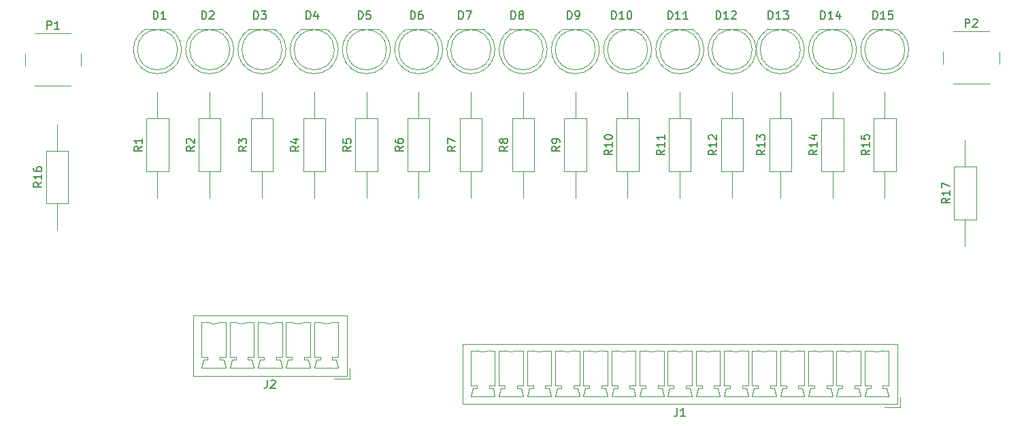
<source format=gbr>
%TF.GenerationSoftware,KiCad,Pcbnew,9.0.2*%
%TF.CreationDate,2025-11-24T17:40:38+01:00*%
%TF.ProjectId,juego-ping-pong,6a756567-6f2d-4706-996e-672d706f6e67,rev?*%
%TF.SameCoordinates,Original*%
%TF.FileFunction,Legend,Top*%
%TF.FilePolarity,Positive*%
%FSLAX46Y46*%
G04 Gerber Fmt 4.6, Leading zero omitted, Abs format (unit mm)*
G04 Created by KiCad (PCBNEW 9.0.2) date 2025-11-24 17:40:38*
%MOMM*%
%LPD*%
G01*
G04 APERTURE LIST*
%ADD10C,0.150000*%
%ADD11C,0.120000*%
G04 APERTURE END LIST*
D10*
X168785714Y-69454819D02*
X168785714Y-68454819D01*
X168785714Y-68454819D02*
X169023809Y-68454819D01*
X169023809Y-68454819D02*
X169166666Y-68502438D01*
X169166666Y-68502438D02*
X169261904Y-68597676D01*
X169261904Y-68597676D02*
X169309523Y-68692914D01*
X169309523Y-68692914D02*
X169357142Y-68883390D01*
X169357142Y-68883390D02*
X169357142Y-69026247D01*
X169357142Y-69026247D02*
X169309523Y-69216723D01*
X169309523Y-69216723D02*
X169261904Y-69311961D01*
X169261904Y-69311961D02*
X169166666Y-69407200D01*
X169166666Y-69407200D02*
X169023809Y-69454819D01*
X169023809Y-69454819D02*
X168785714Y-69454819D01*
X170309523Y-69454819D02*
X169738095Y-69454819D01*
X170023809Y-69454819D02*
X170023809Y-68454819D01*
X170023809Y-68454819D02*
X169928571Y-68597676D01*
X169928571Y-68597676D02*
X169833333Y-68692914D01*
X169833333Y-68692914D02*
X169738095Y-68740533D01*
X170690476Y-68550057D02*
X170738095Y-68502438D01*
X170738095Y-68502438D02*
X170833333Y-68454819D01*
X170833333Y-68454819D02*
X171071428Y-68454819D01*
X171071428Y-68454819D02*
X171166666Y-68502438D01*
X171166666Y-68502438D02*
X171214285Y-68550057D01*
X171214285Y-68550057D02*
X171261904Y-68645295D01*
X171261904Y-68645295D02*
X171261904Y-68740533D01*
X171261904Y-68740533D02*
X171214285Y-68883390D01*
X171214285Y-68883390D02*
X170642857Y-69454819D01*
X170642857Y-69454819D02*
X171261904Y-69454819D01*
X136334819Y-85286666D02*
X135858628Y-85619999D01*
X136334819Y-85858094D02*
X135334819Y-85858094D01*
X135334819Y-85858094D02*
X135334819Y-85477142D01*
X135334819Y-85477142D02*
X135382438Y-85381904D01*
X135382438Y-85381904D02*
X135430057Y-85334285D01*
X135430057Y-85334285D02*
X135525295Y-85286666D01*
X135525295Y-85286666D02*
X135668152Y-85286666D01*
X135668152Y-85286666D02*
X135763390Y-85334285D01*
X135763390Y-85334285D02*
X135811009Y-85381904D01*
X135811009Y-85381904D02*
X135858628Y-85477142D01*
X135858628Y-85477142D02*
X135858628Y-85858094D01*
X135334819Y-84953332D02*
X135334819Y-84286666D01*
X135334819Y-84286666D02*
X136334819Y-84715237D01*
X104761905Y-69454819D02*
X104761905Y-68454819D01*
X104761905Y-68454819D02*
X105000000Y-68454819D01*
X105000000Y-68454819D02*
X105142857Y-68502438D01*
X105142857Y-68502438D02*
X105238095Y-68597676D01*
X105238095Y-68597676D02*
X105285714Y-68692914D01*
X105285714Y-68692914D02*
X105333333Y-68883390D01*
X105333333Y-68883390D02*
X105333333Y-69026247D01*
X105333333Y-69026247D02*
X105285714Y-69216723D01*
X105285714Y-69216723D02*
X105238095Y-69311961D01*
X105238095Y-69311961D02*
X105142857Y-69407200D01*
X105142857Y-69407200D02*
X105000000Y-69454819D01*
X105000000Y-69454819D02*
X104761905Y-69454819D01*
X105714286Y-68550057D02*
X105761905Y-68502438D01*
X105761905Y-68502438D02*
X105857143Y-68454819D01*
X105857143Y-68454819D02*
X106095238Y-68454819D01*
X106095238Y-68454819D02*
X106190476Y-68502438D01*
X106190476Y-68502438D02*
X106238095Y-68550057D01*
X106238095Y-68550057D02*
X106285714Y-68645295D01*
X106285714Y-68645295D02*
X106285714Y-68740533D01*
X106285714Y-68740533D02*
X106238095Y-68883390D01*
X106238095Y-68883390D02*
X105666667Y-69454819D01*
X105666667Y-69454819D02*
X106285714Y-69454819D01*
X84834819Y-89762857D02*
X84358628Y-90096190D01*
X84834819Y-90334285D02*
X83834819Y-90334285D01*
X83834819Y-90334285D02*
X83834819Y-89953333D01*
X83834819Y-89953333D02*
X83882438Y-89858095D01*
X83882438Y-89858095D02*
X83930057Y-89810476D01*
X83930057Y-89810476D02*
X84025295Y-89762857D01*
X84025295Y-89762857D02*
X84168152Y-89762857D01*
X84168152Y-89762857D02*
X84263390Y-89810476D01*
X84263390Y-89810476D02*
X84311009Y-89858095D01*
X84311009Y-89858095D02*
X84358628Y-89953333D01*
X84358628Y-89953333D02*
X84358628Y-90334285D01*
X84834819Y-88810476D02*
X84834819Y-89381904D01*
X84834819Y-89096190D02*
X83834819Y-89096190D01*
X83834819Y-89096190D02*
X83977676Y-89191428D01*
X83977676Y-89191428D02*
X84072914Y-89286666D01*
X84072914Y-89286666D02*
X84120533Y-89381904D01*
X83834819Y-87953333D02*
X83834819Y-88143809D01*
X83834819Y-88143809D02*
X83882438Y-88239047D01*
X83882438Y-88239047D02*
X83930057Y-88286666D01*
X83930057Y-88286666D02*
X84072914Y-88381904D01*
X84072914Y-88381904D02*
X84263390Y-88429523D01*
X84263390Y-88429523D02*
X84644342Y-88429523D01*
X84644342Y-88429523D02*
X84739580Y-88381904D01*
X84739580Y-88381904D02*
X84787200Y-88334285D01*
X84787200Y-88334285D02*
X84834819Y-88239047D01*
X84834819Y-88239047D02*
X84834819Y-88048571D01*
X84834819Y-88048571D02*
X84787200Y-87953333D01*
X84787200Y-87953333D02*
X84739580Y-87905714D01*
X84739580Y-87905714D02*
X84644342Y-87858095D01*
X84644342Y-87858095D02*
X84406247Y-87858095D01*
X84406247Y-87858095D02*
X84311009Y-87905714D01*
X84311009Y-87905714D02*
X84263390Y-87953333D01*
X84263390Y-87953333D02*
X84215771Y-88048571D01*
X84215771Y-88048571D02*
X84215771Y-88239047D01*
X84215771Y-88239047D02*
X84263390Y-88334285D01*
X84263390Y-88334285D02*
X84311009Y-88381904D01*
X84311009Y-88381904D02*
X84406247Y-88429523D01*
X129834819Y-85286666D02*
X129358628Y-85619999D01*
X129834819Y-85858094D02*
X128834819Y-85858094D01*
X128834819Y-85858094D02*
X128834819Y-85477142D01*
X128834819Y-85477142D02*
X128882438Y-85381904D01*
X128882438Y-85381904D02*
X128930057Y-85334285D01*
X128930057Y-85334285D02*
X129025295Y-85286666D01*
X129025295Y-85286666D02*
X129168152Y-85286666D01*
X129168152Y-85286666D02*
X129263390Y-85334285D01*
X129263390Y-85334285D02*
X129311009Y-85381904D01*
X129311009Y-85381904D02*
X129358628Y-85477142D01*
X129358628Y-85477142D02*
X129358628Y-85858094D01*
X128834819Y-84429523D02*
X128834819Y-84619999D01*
X128834819Y-84619999D02*
X128882438Y-84715237D01*
X128882438Y-84715237D02*
X128930057Y-84762856D01*
X128930057Y-84762856D02*
X129072914Y-84858094D01*
X129072914Y-84858094D02*
X129263390Y-84905713D01*
X129263390Y-84905713D02*
X129644342Y-84905713D01*
X129644342Y-84905713D02*
X129739580Y-84858094D01*
X129739580Y-84858094D02*
X129787200Y-84810475D01*
X129787200Y-84810475D02*
X129834819Y-84715237D01*
X129834819Y-84715237D02*
X129834819Y-84524761D01*
X129834819Y-84524761D02*
X129787200Y-84429523D01*
X129787200Y-84429523D02*
X129739580Y-84381904D01*
X129739580Y-84381904D02*
X129644342Y-84334285D01*
X129644342Y-84334285D02*
X129406247Y-84334285D01*
X129406247Y-84334285D02*
X129311009Y-84381904D01*
X129311009Y-84381904D02*
X129263390Y-84429523D01*
X129263390Y-84429523D02*
X129215771Y-84524761D01*
X129215771Y-84524761D02*
X129215771Y-84715237D01*
X129215771Y-84715237D02*
X129263390Y-84810475D01*
X129263390Y-84810475D02*
X129311009Y-84858094D01*
X129311009Y-84858094D02*
X129406247Y-84905713D01*
X181334819Y-85762857D02*
X180858628Y-86096190D01*
X181334819Y-86334285D02*
X180334819Y-86334285D01*
X180334819Y-86334285D02*
X180334819Y-85953333D01*
X180334819Y-85953333D02*
X180382438Y-85858095D01*
X180382438Y-85858095D02*
X180430057Y-85810476D01*
X180430057Y-85810476D02*
X180525295Y-85762857D01*
X180525295Y-85762857D02*
X180668152Y-85762857D01*
X180668152Y-85762857D02*
X180763390Y-85810476D01*
X180763390Y-85810476D02*
X180811009Y-85858095D01*
X180811009Y-85858095D02*
X180858628Y-85953333D01*
X180858628Y-85953333D02*
X180858628Y-86334285D01*
X181334819Y-84810476D02*
X181334819Y-85381904D01*
X181334819Y-85096190D02*
X180334819Y-85096190D01*
X180334819Y-85096190D02*
X180477676Y-85191428D01*
X180477676Y-85191428D02*
X180572914Y-85286666D01*
X180572914Y-85286666D02*
X180620533Y-85381904D01*
X180668152Y-83953333D02*
X181334819Y-83953333D01*
X180287200Y-84191428D02*
X181001485Y-84429523D01*
X181001485Y-84429523D02*
X181001485Y-83810476D01*
X116834819Y-85286666D02*
X116358628Y-85619999D01*
X116834819Y-85858094D02*
X115834819Y-85858094D01*
X115834819Y-85858094D02*
X115834819Y-85477142D01*
X115834819Y-85477142D02*
X115882438Y-85381904D01*
X115882438Y-85381904D02*
X115930057Y-85334285D01*
X115930057Y-85334285D02*
X116025295Y-85286666D01*
X116025295Y-85286666D02*
X116168152Y-85286666D01*
X116168152Y-85286666D02*
X116263390Y-85334285D01*
X116263390Y-85334285D02*
X116311009Y-85381904D01*
X116311009Y-85381904D02*
X116358628Y-85477142D01*
X116358628Y-85477142D02*
X116358628Y-85858094D01*
X116168152Y-84429523D02*
X116834819Y-84429523D01*
X115787200Y-84667618D02*
X116501485Y-84905713D01*
X116501485Y-84905713D02*
X116501485Y-84286666D01*
X174834819Y-85762857D02*
X174358628Y-86096190D01*
X174834819Y-86334285D02*
X173834819Y-86334285D01*
X173834819Y-86334285D02*
X173834819Y-85953333D01*
X173834819Y-85953333D02*
X173882438Y-85858095D01*
X173882438Y-85858095D02*
X173930057Y-85810476D01*
X173930057Y-85810476D02*
X174025295Y-85762857D01*
X174025295Y-85762857D02*
X174168152Y-85762857D01*
X174168152Y-85762857D02*
X174263390Y-85810476D01*
X174263390Y-85810476D02*
X174311009Y-85858095D01*
X174311009Y-85858095D02*
X174358628Y-85953333D01*
X174358628Y-85953333D02*
X174358628Y-86334285D01*
X174834819Y-84810476D02*
X174834819Y-85381904D01*
X174834819Y-85096190D02*
X173834819Y-85096190D01*
X173834819Y-85096190D02*
X173977676Y-85191428D01*
X173977676Y-85191428D02*
X174072914Y-85286666D01*
X174072914Y-85286666D02*
X174120533Y-85381904D01*
X173834819Y-84477142D02*
X173834819Y-83858095D01*
X173834819Y-83858095D02*
X174215771Y-84191428D01*
X174215771Y-84191428D02*
X174215771Y-84048571D01*
X174215771Y-84048571D02*
X174263390Y-83953333D01*
X174263390Y-83953333D02*
X174311009Y-83905714D01*
X174311009Y-83905714D02*
X174406247Y-83858095D01*
X174406247Y-83858095D02*
X174644342Y-83858095D01*
X174644342Y-83858095D02*
X174739580Y-83905714D01*
X174739580Y-83905714D02*
X174787200Y-83953333D01*
X174787200Y-83953333D02*
X174834819Y-84048571D01*
X174834819Y-84048571D02*
X174834819Y-84334285D01*
X174834819Y-84334285D02*
X174787200Y-84429523D01*
X174787200Y-84429523D02*
X174739580Y-84477142D01*
X149334819Y-85286666D02*
X148858628Y-85619999D01*
X149334819Y-85858094D02*
X148334819Y-85858094D01*
X148334819Y-85858094D02*
X148334819Y-85477142D01*
X148334819Y-85477142D02*
X148382438Y-85381904D01*
X148382438Y-85381904D02*
X148430057Y-85334285D01*
X148430057Y-85334285D02*
X148525295Y-85286666D01*
X148525295Y-85286666D02*
X148668152Y-85286666D01*
X148668152Y-85286666D02*
X148763390Y-85334285D01*
X148763390Y-85334285D02*
X148811009Y-85381904D01*
X148811009Y-85381904D02*
X148858628Y-85477142D01*
X148858628Y-85477142D02*
X148858628Y-85858094D01*
X149334819Y-84810475D02*
X149334819Y-84619999D01*
X149334819Y-84619999D02*
X149287200Y-84524761D01*
X149287200Y-84524761D02*
X149239580Y-84477142D01*
X149239580Y-84477142D02*
X149096723Y-84381904D01*
X149096723Y-84381904D02*
X148906247Y-84334285D01*
X148906247Y-84334285D02*
X148525295Y-84334285D01*
X148525295Y-84334285D02*
X148430057Y-84381904D01*
X148430057Y-84381904D02*
X148382438Y-84429523D01*
X148382438Y-84429523D02*
X148334819Y-84524761D01*
X148334819Y-84524761D02*
X148334819Y-84715237D01*
X148334819Y-84715237D02*
X148382438Y-84810475D01*
X148382438Y-84810475D02*
X148430057Y-84858094D01*
X148430057Y-84858094D02*
X148525295Y-84905713D01*
X148525295Y-84905713D02*
X148763390Y-84905713D01*
X148763390Y-84905713D02*
X148858628Y-84858094D01*
X148858628Y-84858094D02*
X148906247Y-84810475D01*
X148906247Y-84810475D02*
X148953866Y-84715237D01*
X148953866Y-84715237D02*
X148953866Y-84524761D01*
X148953866Y-84524761D02*
X148906247Y-84429523D01*
X148906247Y-84429523D02*
X148858628Y-84381904D01*
X148858628Y-84381904D02*
X148763390Y-84334285D01*
X155785714Y-69454819D02*
X155785714Y-68454819D01*
X155785714Y-68454819D02*
X156023809Y-68454819D01*
X156023809Y-68454819D02*
X156166666Y-68502438D01*
X156166666Y-68502438D02*
X156261904Y-68597676D01*
X156261904Y-68597676D02*
X156309523Y-68692914D01*
X156309523Y-68692914D02*
X156357142Y-68883390D01*
X156357142Y-68883390D02*
X156357142Y-69026247D01*
X156357142Y-69026247D02*
X156309523Y-69216723D01*
X156309523Y-69216723D02*
X156261904Y-69311961D01*
X156261904Y-69311961D02*
X156166666Y-69407200D01*
X156166666Y-69407200D02*
X156023809Y-69454819D01*
X156023809Y-69454819D02*
X155785714Y-69454819D01*
X157309523Y-69454819D02*
X156738095Y-69454819D01*
X157023809Y-69454819D02*
X157023809Y-68454819D01*
X157023809Y-68454819D02*
X156928571Y-68597676D01*
X156928571Y-68597676D02*
X156833333Y-68692914D01*
X156833333Y-68692914D02*
X156738095Y-68740533D01*
X157928571Y-68454819D02*
X158023809Y-68454819D01*
X158023809Y-68454819D02*
X158119047Y-68502438D01*
X158119047Y-68502438D02*
X158166666Y-68550057D01*
X158166666Y-68550057D02*
X158214285Y-68645295D01*
X158214285Y-68645295D02*
X158261904Y-68835771D01*
X158261904Y-68835771D02*
X158261904Y-69073866D01*
X158261904Y-69073866D02*
X158214285Y-69264342D01*
X158214285Y-69264342D02*
X158166666Y-69359580D01*
X158166666Y-69359580D02*
X158119047Y-69407200D01*
X158119047Y-69407200D02*
X158023809Y-69454819D01*
X158023809Y-69454819D02*
X157928571Y-69454819D01*
X157928571Y-69454819D02*
X157833333Y-69407200D01*
X157833333Y-69407200D02*
X157785714Y-69359580D01*
X157785714Y-69359580D02*
X157738095Y-69264342D01*
X157738095Y-69264342D02*
X157690476Y-69073866D01*
X157690476Y-69073866D02*
X157690476Y-68835771D01*
X157690476Y-68835771D02*
X157738095Y-68645295D01*
X157738095Y-68645295D02*
X157785714Y-68550057D01*
X157785714Y-68550057D02*
X157833333Y-68502438D01*
X157833333Y-68502438D02*
X157928571Y-68454819D01*
X188285714Y-69454819D02*
X188285714Y-68454819D01*
X188285714Y-68454819D02*
X188523809Y-68454819D01*
X188523809Y-68454819D02*
X188666666Y-68502438D01*
X188666666Y-68502438D02*
X188761904Y-68597676D01*
X188761904Y-68597676D02*
X188809523Y-68692914D01*
X188809523Y-68692914D02*
X188857142Y-68883390D01*
X188857142Y-68883390D02*
X188857142Y-69026247D01*
X188857142Y-69026247D02*
X188809523Y-69216723D01*
X188809523Y-69216723D02*
X188761904Y-69311961D01*
X188761904Y-69311961D02*
X188666666Y-69407200D01*
X188666666Y-69407200D02*
X188523809Y-69454819D01*
X188523809Y-69454819D02*
X188285714Y-69454819D01*
X189809523Y-69454819D02*
X189238095Y-69454819D01*
X189523809Y-69454819D02*
X189523809Y-68454819D01*
X189523809Y-68454819D02*
X189428571Y-68597676D01*
X189428571Y-68597676D02*
X189333333Y-68692914D01*
X189333333Y-68692914D02*
X189238095Y-68740533D01*
X190714285Y-68454819D02*
X190238095Y-68454819D01*
X190238095Y-68454819D02*
X190190476Y-68931009D01*
X190190476Y-68931009D02*
X190238095Y-68883390D01*
X190238095Y-68883390D02*
X190333333Y-68835771D01*
X190333333Y-68835771D02*
X190571428Y-68835771D01*
X190571428Y-68835771D02*
X190666666Y-68883390D01*
X190666666Y-68883390D02*
X190714285Y-68931009D01*
X190714285Y-68931009D02*
X190761904Y-69026247D01*
X190761904Y-69026247D02*
X190761904Y-69264342D01*
X190761904Y-69264342D02*
X190714285Y-69359580D01*
X190714285Y-69359580D02*
X190666666Y-69407200D01*
X190666666Y-69407200D02*
X190571428Y-69454819D01*
X190571428Y-69454819D02*
X190333333Y-69454819D01*
X190333333Y-69454819D02*
X190238095Y-69407200D01*
X190238095Y-69407200D02*
X190190476Y-69359580D01*
X85511905Y-70704819D02*
X85511905Y-69704819D01*
X85511905Y-69704819D02*
X85892857Y-69704819D01*
X85892857Y-69704819D02*
X85988095Y-69752438D01*
X85988095Y-69752438D02*
X86035714Y-69800057D01*
X86035714Y-69800057D02*
X86083333Y-69895295D01*
X86083333Y-69895295D02*
X86083333Y-70038152D01*
X86083333Y-70038152D02*
X86035714Y-70133390D01*
X86035714Y-70133390D02*
X85988095Y-70181009D01*
X85988095Y-70181009D02*
X85892857Y-70228628D01*
X85892857Y-70228628D02*
X85511905Y-70228628D01*
X87035714Y-70704819D02*
X86464286Y-70704819D01*
X86750000Y-70704819D02*
X86750000Y-69704819D01*
X86750000Y-69704819D02*
X86654762Y-69847676D01*
X86654762Y-69847676D02*
X86559524Y-69942914D01*
X86559524Y-69942914D02*
X86464286Y-69990533D01*
X142834819Y-85286666D02*
X142358628Y-85619999D01*
X142834819Y-85858094D02*
X141834819Y-85858094D01*
X141834819Y-85858094D02*
X141834819Y-85477142D01*
X141834819Y-85477142D02*
X141882438Y-85381904D01*
X141882438Y-85381904D02*
X141930057Y-85334285D01*
X141930057Y-85334285D02*
X142025295Y-85286666D01*
X142025295Y-85286666D02*
X142168152Y-85286666D01*
X142168152Y-85286666D02*
X142263390Y-85334285D01*
X142263390Y-85334285D02*
X142311009Y-85381904D01*
X142311009Y-85381904D02*
X142358628Y-85477142D01*
X142358628Y-85477142D02*
X142358628Y-85858094D01*
X142263390Y-84715237D02*
X142215771Y-84810475D01*
X142215771Y-84810475D02*
X142168152Y-84858094D01*
X142168152Y-84858094D02*
X142072914Y-84905713D01*
X142072914Y-84905713D02*
X142025295Y-84905713D01*
X142025295Y-84905713D02*
X141930057Y-84858094D01*
X141930057Y-84858094D02*
X141882438Y-84810475D01*
X141882438Y-84810475D02*
X141834819Y-84715237D01*
X141834819Y-84715237D02*
X141834819Y-84524761D01*
X141834819Y-84524761D02*
X141882438Y-84429523D01*
X141882438Y-84429523D02*
X141930057Y-84381904D01*
X141930057Y-84381904D02*
X142025295Y-84334285D01*
X142025295Y-84334285D02*
X142072914Y-84334285D01*
X142072914Y-84334285D02*
X142168152Y-84381904D01*
X142168152Y-84381904D02*
X142215771Y-84429523D01*
X142215771Y-84429523D02*
X142263390Y-84524761D01*
X142263390Y-84524761D02*
X142263390Y-84715237D01*
X142263390Y-84715237D02*
X142311009Y-84810475D01*
X142311009Y-84810475D02*
X142358628Y-84858094D01*
X142358628Y-84858094D02*
X142453866Y-84905713D01*
X142453866Y-84905713D02*
X142644342Y-84905713D01*
X142644342Y-84905713D02*
X142739580Y-84858094D01*
X142739580Y-84858094D02*
X142787200Y-84810475D01*
X142787200Y-84810475D02*
X142834819Y-84715237D01*
X142834819Y-84715237D02*
X142834819Y-84524761D01*
X142834819Y-84524761D02*
X142787200Y-84429523D01*
X142787200Y-84429523D02*
X142739580Y-84381904D01*
X142739580Y-84381904D02*
X142644342Y-84334285D01*
X142644342Y-84334285D02*
X142453866Y-84334285D01*
X142453866Y-84334285D02*
X142358628Y-84381904D01*
X142358628Y-84381904D02*
X142311009Y-84429523D01*
X142311009Y-84429523D02*
X142263390Y-84524761D01*
X143261905Y-69454819D02*
X143261905Y-68454819D01*
X143261905Y-68454819D02*
X143500000Y-68454819D01*
X143500000Y-68454819D02*
X143642857Y-68502438D01*
X143642857Y-68502438D02*
X143738095Y-68597676D01*
X143738095Y-68597676D02*
X143785714Y-68692914D01*
X143785714Y-68692914D02*
X143833333Y-68883390D01*
X143833333Y-68883390D02*
X143833333Y-69026247D01*
X143833333Y-69026247D02*
X143785714Y-69216723D01*
X143785714Y-69216723D02*
X143738095Y-69311961D01*
X143738095Y-69311961D02*
X143642857Y-69407200D01*
X143642857Y-69407200D02*
X143500000Y-69454819D01*
X143500000Y-69454819D02*
X143261905Y-69454819D01*
X144404762Y-68883390D02*
X144309524Y-68835771D01*
X144309524Y-68835771D02*
X144261905Y-68788152D01*
X144261905Y-68788152D02*
X144214286Y-68692914D01*
X144214286Y-68692914D02*
X144214286Y-68645295D01*
X144214286Y-68645295D02*
X144261905Y-68550057D01*
X144261905Y-68550057D02*
X144309524Y-68502438D01*
X144309524Y-68502438D02*
X144404762Y-68454819D01*
X144404762Y-68454819D02*
X144595238Y-68454819D01*
X144595238Y-68454819D02*
X144690476Y-68502438D01*
X144690476Y-68502438D02*
X144738095Y-68550057D01*
X144738095Y-68550057D02*
X144785714Y-68645295D01*
X144785714Y-68645295D02*
X144785714Y-68692914D01*
X144785714Y-68692914D02*
X144738095Y-68788152D01*
X144738095Y-68788152D02*
X144690476Y-68835771D01*
X144690476Y-68835771D02*
X144595238Y-68883390D01*
X144595238Y-68883390D02*
X144404762Y-68883390D01*
X144404762Y-68883390D02*
X144309524Y-68931009D01*
X144309524Y-68931009D02*
X144261905Y-68978628D01*
X144261905Y-68978628D02*
X144214286Y-69073866D01*
X144214286Y-69073866D02*
X144214286Y-69264342D01*
X144214286Y-69264342D02*
X144261905Y-69359580D01*
X144261905Y-69359580D02*
X144309524Y-69407200D01*
X144309524Y-69407200D02*
X144404762Y-69454819D01*
X144404762Y-69454819D02*
X144595238Y-69454819D01*
X144595238Y-69454819D02*
X144690476Y-69407200D01*
X144690476Y-69407200D02*
X144738095Y-69359580D01*
X144738095Y-69359580D02*
X144785714Y-69264342D01*
X144785714Y-69264342D02*
X144785714Y-69073866D01*
X144785714Y-69073866D02*
X144738095Y-68978628D01*
X144738095Y-68978628D02*
X144690476Y-68931009D01*
X144690476Y-68931009D02*
X144595238Y-68883390D01*
X150261905Y-69454819D02*
X150261905Y-68454819D01*
X150261905Y-68454819D02*
X150500000Y-68454819D01*
X150500000Y-68454819D02*
X150642857Y-68502438D01*
X150642857Y-68502438D02*
X150738095Y-68597676D01*
X150738095Y-68597676D02*
X150785714Y-68692914D01*
X150785714Y-68692914D02*
X150833333Y-68883390D01*
X150833333Y-68883390D02*
X150833333Y-69026247D01*
X150833333Y-69026247D02*
X150785714Y-69216723D01*
X150785714Y-69216723D02*
X150738095Y-69311961D01*
X150738095Y-69311961D02*
X150642857Y-69407200D01*
X150642857Y-69407200D02*
X150500000Y-69454819D01*
X150500000Y-69454819D02*
X150261905Y-69454819D01*
X151309524Y-69454819D02*
X151500000Y-69454819D01*
X151500000Y-69454819D02*
X151595238Y-69407200D01*
X151595238Y-69407200D02*
X151642857Y-69359580D01*
X151642857Y-69359580D02*
X151738095Y-69216723D01*
X151738095Y-69216723D02*
X151785714Y-69026247D01*
X151785714Y-69026247D02*
X151785714Y-68645295D01*
X151785714Y-68645295D02*
X151738095Y-68550057D01*
X151738095Y-68550057D02*
X151690476Y-68502438D01*
X151690476Y-68502438D02*
X151595238Y-68454819D01*
X151595238Y-68454819D02*
X151404762Y-68454819D01*
X151404762Y-68454819D02*
X151309524Y-68502438D01*
X151309524Y-68502438D02*
X151261905Y-68550057D01*
X151261905Y-68550057D02*
X151214286Y-68645295D01*
X151214286Y-68645295D02*
X151214286Y-68883390D01*
X151214286Y-68883390D02*
X151261905Y-68978628D01*
X151261905Y-68978628D02*
X151309524Y-69026247D01*
X151309524Y-69026247D02*
X151404762Y-69073866D01*
X151404762Y-69073866D02*
X151595238Y-69073866D01*
X151595238Y-69073866D02*
X151690476Y-69026247D01*
X151690476Y-69026247D02*
X151738095Y-68978628D01*
X151738095Y-68978628D02*
X151785714Y-68883390D01*
X103834819Y-85286666D02*
X103358628Y-85619999D01*
X103834819Y-85858094D02*
X102834819Y-85858094D01*
X102834819Y-85858094D02*
X102834819Y-85477142D01*
X102834819Y-85477142D02*
X102882438Y-85381904D01*
X102882438Y-85381904D02*
X102930057Y-85334285D01*
X102930057Y-85334285D02*
X103025295Y-85286666D01*
X103025295Y-85286666D02*
X103168152Y-85286666D01*
X103168152Y-85286666D02*
X103263390Y-85334285D01*
X103263390Y-85334285D02*
X103311009Y-85381904D01*
X103311009Y-85381904D02*
X103358628Y-85477142D01*
X103358628Y-85477142D02*
X103358628Y-85858094D01*
X102930057Y-84905713D02*
X102882438Y-84858094D01*
X102882438Y-84858094D02*
X102834819Y-84762856D01*
X102834819Y-84762856D02*
X102834819Y-84524761D01*
X102834819Y-84524761D02*
X102882438Y-84429523D01*
X102882438Y-84429523D02*
X102930057Y-84381904D01*
X102930057Y-84381904D02*
X103025295Y-84334285D01*
X103025295Y-84334285D02*
X103120533Y-84334285D01*
X103120533Y-84334285D02*
X103263390Y-84381904D01*
X103263390Y-84381904D02*
X103834819Y-84953332D01*
X103834819Y-84953332D02*
X103834819Y-84334285D01*
X124261905Y-69454819D02*
X124261905Y-68454819D01*
X124261905Y-68454819D02*
X124500000Y-68454819D01*
X124500000Y-68454819D02*
X124642857Y-68502438D01*
X124642857Y-68502438D02*
X124738095Y-68597676D01*
X124738095Y-68597676D02*
X124785714Y-68692914D01*
X124785714Y-68692914D02*
X124833333Y-68883390D01*
X124833333Y-68883390D02*
X124833333Y-69026247D01*
X124833333Y-69026247D02*
X124785714Y-69216723D01*
X124785714Y-69216723D02*
X124738095Y-69311961D01*
X124738095Y-69311961D02*
X124642857Y-69407200D01*
X124642857Y-69407200D02*
X124500000Y-69454819D01*
X124500000Y-69454819D02*
X124261905Y-69454819D01*
X125738095Y-68454819D02*
X125261905Y-68454819D01*
X125261905Y-68454819D02*
X125214286Y-68931009D01*
X125214286Y-68931009D02*
X125261905Y-68883390D01*
X125261905Y-68883390D02*
X125357143Y-68835771D01*
X125357143Y-68835771D02*
X125595238Y-68835771D01*
X125595238Y-68835771D02*
X125690476Y-68883390D01*
X125690476Y-68883390D02*
X125738095Y-68931009D01*
X125738095Y-68931009D02*
X125785714Y-69026247D01*
X125785714Y-69026247D02*
X125785714Y-69264342D01*
X125785714Y-69264342D02*
X125738095Y-69359580D01*
X125738095Y-69359580D02*
X125690476Y-69407200D01*
X125690476Y-69407200D02*
X125595238Y-69454819D01*
X125595238Y-69454819D02*
X125357143Y-69454819D01*
X125357143Y-69454819D02*
X125261905Y-69407200D01*
X125261905Y-69407200D02*
X125214286Y-69359580D01*
X163916666Y-117904819D02*
X163916666Y-118619104D01*
X163916666Y-118619104D02*
X163869047Y-118761961D01*
X163869047Y-118761961D02*
X163773809Y-118857200D01*
X163773809Y-118857200D02*
X163630952Y-118904819D01*
X163630952Y-118904819D02*
X163535714Y-118904819D01*
X164916666Y-118904819D02*
X164345238Y-118904819D01*
X164630952Y-118904819D02*
X164630952Y-117904819D01*
X164630952Y-117904819D02*
X164535714Y-118047676D01*
X164535714Y-118047676D02*
X164440476Y-118142914D01*
X164440476Y-118142914D02*
X164345238Y-118190533D01*
X97334819Y-85286666D02*
X96858628Y-85619999D01*
X97334819Y-85858094D02*
X96334819Y-85858094D01*
X96334819Y-85858094D02*
X96334819Y-85477142D01*
X96334819Y-85477142D02*
X96382438Y-85381904D01*
X96382438Y-85381904D02*
X96430057Y-85334285D01*
X96430057Y-85334285D02*
X96525295Y-85286666D01*
X96525295Y-85286666D02*
X96668152Y-85286666D01*
X96668152Y-85286666D02*
X96763390Y-85334285D01*
X96763390Y-85334285D02*
X96811009Y-85381904D01*
X96811009Y-85381904D02*
X96858628Y-85477142D01*
X96858628Y-85477142D02*
X96858628Y-85858094D01*
X97334819Y-84334285D02*
X97334819Y-84905713D01*
X97334819Y-84619999D02*
X96334819Y-84619999D01*
X96334819Y-84619999D02*
X96477676Y-84715237D01*
X96477676Y-84715237D02*
X96572914Y-84810475D01*
X96572914Y-84810475D02*
X96620533Y-84905713D01*
X187834819Y-85762857D02*
X187358628Y-86096190D01*
X187834819Y-86334285D02*
X186834819Y-86334285D01*
X186834819Y-86334285D02*
X186834819Y-85953333D01*
X186834819Y-85953333D02*
X186882438Y-85858095D01*
X186882438Y-85858095D02*
X186930057Y-85810476D01*
X186930057Y-85810476D02*
X187025295Y-85762857D01*
X187025295Y-85762857D02*
X187168152Y-85762857D01*
X187168152Y-85762857D02*
X187263390Y-85810476D01*
X187263390Y-85810476D02*
X187311009Y-85858095D01*
X187311009Y-85858095D02*
X187358628Y-85953333D01*
X187358628Y-85953333D02*
X187358628Y-86334285D01*
X187834819Y-84810476D02*
X187834819Y-85381904D01*
X187834819Y-85096190D02*
X186834819Y-85096190D01*
X186834819Y-85096190D02*
X186977676Y-85191428D01*
X186977676Y-85191428D02*
X187072914Y-85286666D01*
X187072914Y-85286666D02*
X187120533Y-85381904D01*
X186834819Y-83905714D02*
X186834819Y-84381904D01*
X186834819Y-84381904D02*
X187311009Y-84429523D01*
X187311009Y-84429523D02*
X187263390Y-84381904D01*
X187263390Y-84381904D02*
X187215771Y-84286666D01*
X187215771Y-84286666D02*
X187215771Y-84048571D01*
X187215771Y-84048571D02*
X187263390Y-83953333D01*
X187263390Y-83953333D02*
X187311009Y-83905714D01*
X187311009Y-83905714D02*
X187406247Y-83858095D01*
X187406247Y-83858095D02*
X187644342Y-83858095D01*
X187644342Y-83858095D02*
X187739580Y-83905714D01*
X187739580Y-83905714D02*
X187787200Y-83953333D01*
X187787200Y-83953333D02*
X187834819Y-84048571D01*
X187834819Y-84048571D02*
X187834819Y-84286666D01*
X187834819Y-84286666D02*
X187787200Y-84381904D01*
X187787200Y-84381904D02*
X187739580Y-84429523D01*
X162334819Y-85762857D02*
X161858628Y-86096190D01*
X162334819Y-86334285D02*
X161334819Y-86334285D01*
X161334819Y-86334285D02*
X161334819Y-85953333D01*
X161334819Y-85953333D02*
X161382438Y-85858095D01*
X161382438Y-85858095D02*
X161430057Y-85810476D01*
X161430057Y-85810476D02*
X161525295Y-85762857D01*
X161525295Y-85762857D02*
X161668152Y-85762857D01*
X161668152Y-85762857D02*
X161763390Y-85810476D01*
X161763390Y-85810476D02*
X161811009Y-85858095D01*
X161811009Y-85858095D02*
X161858628Y-85953333D01*
X161858628Y-85953333D02*
X161858628Y-86334285D01*
X162334819Y-84810476D02*
X162334819Y-85381904D01*
X162334819Y-85096190D02*
X161334819Y-85096190D01*
X161334819Y-85096190D02*
X161477676Y-85191428D01*
X161477676Y-85191428D02*
X161572914Y-85286666D01*
X161572914Y-85286666D02*
X161620533Y-85381904D01*
X162334819Y-83858095D02*
X162334819Y-84429523D01*
X162334819Y-84143809D02*
X161334819Y-84143809D01*
X161334819Y-84143809D02*
X161477676Y-84239047D01*
X161477676Y-84239047D02*
X161572914Y-84334285D01*
X161572914Y-84334285D02*
X161620533Y-84429523D01*
X199761905Y-70454819D02*
X199761905Y-69454819D01*
X199761905Y-69454819D02*
X200142857Y-69454819D01*
X200142857Y-69454819D02*
X200238095Y-69502438D01*
X200238095Y-69502438D02*
X200285714Y-69550057D01*
X200285714Y-69550057D02*
X200333333Y-69645295D01*
X200333333Y-69645295D02*
X200333333Y-69788152D01*
X200333333Y-69788152D02*
X200285714Y-69883390D01*
X200285714Y-69883390D02*
X200238095Y-69931009D01*
X200238095Y-69931009D02*
X200142857Y-69978628D01*
X200142857Y-69978628D02*
X199761905Y-69978628D01*
X200714286Y-69550057D02*
X200761905Y-69502438D01*
X200761905Y-69502438D02*
X200857143Y-69454819D01*
X200857143Y-69454819D02*
X201095238Y-69454819D01*
X201095238Y-69454819D02*
X201190476Y-69502438D01*
X201190476Y-69502438D02*
X201238095Y-69550057D01*
X201238095Y-69550057D02*
X201285714Y-69645295D01*
X201285714Y-69645295D02*
X201285714Y-69740533D01*
X201285714Y-69740533D02*
X201238095Y-69883390D01*
X201238095Y-69883390D02*
X200666667Y-70454819D01*
X200666667Y-70454819D02*
X201285714Y-70454819D01*
X197834819Y-91762857D02*
X197358628Y-92096190D01*
X197834819Y-92334285D02*
X196834819Y-92334285D01*
X196834819Y-92334285D02*
X196834819Y-91953333D01*
X196834819Y-91953333D02*
X196882438Y-91858095D01*
X196882438Y-91858095D02*
X196930057Y-91810476D01*
X196930057Y-91810476D02*
X197025295Y-91762857D01*
X197025295Y-91762857D02*
X197168152Y-91762857D01*
X197168152Y-91762857D02*
X197263390Y-91810476D01*
X197263390Y-91810476D02*
X197311009Y-91858095D01*
X197311009Y-91858095D02*
X197358628Y-91953333D01*
X197358628Y-91953333D02*
X197358628Y-92334285D01*
X197834819Y-90810476D02*
X197834819Y-91381904D01*
X197834819Y-91096190D02*
X196834819Y-91096190D01*
X196834819Y-91096190D02*
X196977676Y-91191428D01*
X196977676Y-91191428D02*
X197072914Y-91286666D01*
X197072914Y-91286666D02*
X197120533Y-91381904D01*
X196834819Y-90477142D02*
X196834819Y-89810476D01*
X196834819Y-89810476D02*
X197834819Y-90239047D01*
X112916666Y-114404819D02*
X112916666Y-115119104D01*
X112916666Y-115119104D02*
X112869047Y-115261961D01*
X112869047Y-115261961D02*
X112773809Y-115357200D01*
X112773809Y-115357200D02*
X112630952Y-115404819D01*
X112630952Y-115404819D02*
X112535714Y-115404819D01*
X113345238Y-114500057D02*
X113392857Y-114452438D01*
X113392857Y-114452438D02*
X113488095Y-114404819D01*
X113488095Y-114404819D02*
X113726190Y-114404819D01*
X113726190Y-114404819D02*
X113821428Y-114452438D01*
X113821428Y-114452438D02*
X113869047Y-114500057D01*
X113869047Y-114500057D02*
X113916666Y-114595295D01*
X113916666Y-114595295D02*
X113916666Y-114690533D01*
X113916666Y-114690533D02*
X113869047Y-114833390D01*
X113869047Y-114833390D02*
X113297619Y-115404819D01*
X113297619Y-115404819D02*
X113916666Y-115404819D01*
X162785714Y-69454819D02*
X162785714Y-68454819D01*
X162785714Y-68454819D02*
X163023809Y-68454819D01*
X163023809Y-68454819D02*
X163166666Y-68502438D01*
X163166666Y-68502438D02*
X163261904Y-68597676D01*
X163261904Y-68597676D02*
X163309523Y-68692914D01*
X163309523Y-68692914D02*
X163357142Y-68883390D01*
X163357142Y-68883390D02*
X163357142Y-69026247D01*
X163357142Y-69026247D02*
X163309523Y-69216723D01*
X163309523Y-69216723D02*
X163261904Y-69311961D01*
X163261904Y-69311961D02*
X163166666Y-69407200D01*
X163166666Y-69407200D02*
X163023809Y-69454819D01*
X163023809Y-69454819D02*
X162785714Y-69454819D01*
X164309523Y-69454819D02*
X163738095Y-69454819D01*
X164023809Y-69454819D02*
X164023809Y-68454819D01*
X164023809Y-68454819D02*
X163928571Y-68597676D01*
X163928571Y-68597676D02*
X163833333Y-68692914D01*
X163833333Y-68692914D02*
X163738095Y-68740533D01*
X165261904Y-69454819D02*
X164690476Y-69454819D01*
X164976190Y-69454819D02*
X164976190Y-68454819D01*
X164976190Y-68454819D02*
X164880952Y-68597676D01*
X164880952Y-68597676D02*
X164785714Y-68692914D01*
X164785714Y-68692914D02*
X164690476Y-68740533D01*
X175285714Y-69454819D02*
X175285714Y-68454819D01*
X175285714Y-68454819D02*
X175523809Y-68454819D01*
X175523809Y-68454819D02*
X175666666Y-68502438D01*
X175666666Y-68502438D02*
X175761904Y-68597676D01*
X175761904Y-68597676D02*
X175809523Y-68692914D01*
X175809523Y-68692914D02*
X175857142Y-68883390D01*
X175857142Y-68883390D02*
X175857142Y-69026247D01*
X175857142Y-69026247D02*
X175809523Y-69216723D01*
X175809523Y-69216723D02*
X175761904Y-69311961D01*
X175761904Y-69311961D02*
X175666666Y-69407200D01*
X175666666Y-69407200D02*
X175523809Y-69454819D01*
X175523809Y-69454819D02*
X175285714Y-69454819D01*
X176809523Y-69454819D02*
X176238095Y-69454819D01*
X176523809Y-69454819D02*
X176523809Y-68454819D01*
X176523809Y-68454819D02*
X176428571Y-68597676D01*
X176428571Y-68597676D02*
X176333333Y-68692914D01*
X176333333Y-68692914D02*
X176238095Y-68740533D01*
X177142857Y-68454819D02*
X177761904Y-68454819D01*
X177761904Y-68454819D02*
X177428571Y-68835771D01*
X177428571Y-68835771D02*
X177571428Y-68835771D01*
X177571428Y-68835771D02*
X177666666Y-68883390D01*
X177666666Y-68883390D02*
X177714285Y-68931009D01*
X177714285Y-68931009D02*
X177761904Y-69026247D01*
X177761904Y-69026247D02*
X177761904Y-69264342D01*
X177761904Y-69264342D02*
X177714285Y-69359580D01*
X177714285Y-69359580D02*
X177666666Y-69407200D01*
X177666666Y-69407200D02*
X177571428Y-69454819D01*
X177571428Y-69454819D02*
X177285714Y-69454819D01*
X177285714Y-69454819D02*
X177190476Y-69407200D01*
X177190476Y-69407200D02*
X177142857Y-69359580D01*
X130761905Y-69454819D02*
X130761905Y-68454819D01*
X130761905Y-68454819D02*
X131000000Y-68454819D01*
X131000000Y-68454819D02*
X131142857Y-68502438D01*
X131142857Y-68502438D02*
X131238095Y-68597676D01*
X131238095Y-68597676D02*
X131285714Y-68692914D01*
X131285714Y-68692914D02*
X131333333Y-68883390D01*
X131333333Y-68883390D02*
X131333333Y-69026247D01*
X131333333Y-69026247D02*
X131285714Y-69216723D01*
X131285714Y-69216723D02*
X131238095Y-69311961D01*
X131238095Y-69311961D02*
X131142857Y-69407200D01*
X131142857Y-69407200D02*
X131000000Y-69454819D01*
X131000000Y-69454819D02*
X130761905Y-69454819D01*
X132190476Y-68454819D02*
X132000000Y-68454819D01*
X132000000Y-68454819D02*
X131904762Y-68502438D01*
X131904762Y-68502438D02*
X131857143Y-68550057D01*
X131857143Y-68550057D02*
X131761905Y-68692914D01*
X131761905Y-68692914D02*
X131714286Y-68883390D01*
X131714286Y-68883390D02*
X131714286Y-69264342D01*
X131714286Y-69264342D02*
X131761905Y-69359580D01*
X131761905Y-69359580D02*
X131809524Y-69407200D01*
X131809524Y-69407200D02*
X131904762Y-69454819D01*
X131904762Y-69454819D02*
X132095238Y-69454819D01*
X132095238Y-69454819D02*
X132190476Y-69407200D01*
X132190476Y-69407200D02*
X132238095Y-69359580D01*
X132238095Y-69359580D02*
X132285714Y-69264342D01*
X132285714Y-69264342D02*
X132285714Y-69026247D01*
X132285714Y-69026247D02*
X132238095Y-68931009D01*
X132238095Y-68931009D02*
X132190476Y-68883390D01*
X132190476Y-68883390D02*
X132095238Y-68835771D01*
X132095238Y-68835771D02*
X131904762Y-68835771D01*
X131904762Y-68835771D02*
X131809524Y-68883390D01*
X131809524Y-68883390D02*
X131761905Y-68931009D01*
X131761905Y-68931009D02*
X131714286Y-69026247D01*
X110334819Y-85286666D02*
X109858628Y-85619999D01*
X110334819Y-85858094D02*
X109334819Y-85858094D01*
X109334819Y-85858094D02*
X109334819Y-85477142D01*
X109334819Y-85477142D02*
X109382438Y-85381904D01*
X109382438Y-85381904D02*
X109430057Y-85334285D01*
X109430057Y-85334285D02*
X109525295Y-85286666D01*
X109525295Y-85286666D02*
X109668152Y-85286666D01*
X109668152Y-85286666D02*
X109763390Y-85334285D01*
X109763390Y-85334285D02*
X109811009Y-85381904D01*
X109811009Y-85381904D02*
X109858628Y-85477142D01*
X109858628Y-85477142D02*
X109858628Y-85858094D01*
X109334819Y-84953332D02*
X109334819Y-84334285D01*
X109334819Y-84334285D02*
X109715771Y-84667618D01*
X109715771Y-84667618D02*
X109715771Y-84524761D01*
X109715771Y-84524761D02*
X109763390Y-84429523D01*
X109763390Y-84429523D02*
X109811009Y-84381904D01*
X109811009Y-84381904D02*
X109906247Y-84334285D01*
X109906247Y-84334285D02*
X110144342Y-84334285D01*
X110144342Y-84334285D02*
X110239580Y-84381904D01*
X110239580Y-84381904D02*
X110287200Y-84429523D01*
X110287200Y-84429523D02*
X110334819Y-84524761D01*
X110334819Y-84524761D02*
X110334819Y-84810475D01*
X110334819Y-84810475D02*
X110287200Y-84905713D01*
X110287200Y-84905713D02*
X110239580Y-84953332D01*
X98761905Y-69454819D02*
X98761905Y-68454819D01*
X98761905Y-68454819D02*
X99000000Y-68454819D01*
X99000000Y-68454819D02*
X99142857Y-68502438D01*
X99142857Y-68502438D02*
X99238095Y-68597676D01*
X99238095Y-68597676D02*
X99285714Y-68692914D01*
X99285714Y-68692914D02*
X99333333Y-68883390D01*
X99333333Y-68883390D02*
X99333333Y-69026247D01*
X99333333Y-69026247D02*
X99285714Y-69216723D01*
X99285714Y-69216723D02*
X99238095Y-69311961D01*
X99238095Y-69311961D02*
X99142857Y-69407200D01*
X99142857Y-69407200D02*
X99000000Y-69454819D01*
X99000000Y-69454819D02*
X98761905Y-69454819D01*
X100285714Y-69454819D02*
X99714286Y-69454819D01*
X100000000Y-69454819D02*
X100000000Y-68454819D01*
X100000000Y-68454819D02*
X99904762Y-68597676D01*
X99904762Y-68597676D02*
X99809524Y-68692914D01*
X99809524Y-68692914D02*
X99714286Y-68740533D01*
X117761905Y-69454819D02*
X117761905Y-68454819D01*
X117761905Y-68454819D02*
X118000000Y-68454819D01*
X118000000Y-68454819D02*
X118142857Y-68502438D01*
X118142857Y-68502438D02*
X118238095Y-68597676D01*
X118238095Y-68597676D02*
X118285714Y-68692914D01*
X118285714Y-68692914D02*
X118333333Y-68883390D01*
X118333333Y-68883390D02*
X118333333Y-69026247D01*
X118333333Y-69026247D02*
X118285714Y-69216723D01*
X118285714Y-69216723D02*
X118238095Y-69311961D01*
X118238095Y-69311961D02*
X118142857Y-69407200D01*
X118142857Y-69407200D02*
X118000000Y-69454819D01*
X118000000Y-69454819D02*
X117761905Y-69454819D01*
X119190476Y-68788152D02*
X119190476Y-69454819D01*
X118952381Y-68407200D02*
X118714286Y-69121485D01*
X118714286Y-69121485D02*
X119333333Y-69121485D01*
X181785714Y-69454819D02*
X181785714Y-68454819D01*
X181785714Y-68454819D02*
X182023809Y-68454819D01*
X182023809Y-68454819D02*
X182166666Y-68502438D01*
X182166666Y-68502438D02*
X182261904Y-68597676D01*
X182261904Y-68597676D02*
X182309523Y-68692914D01*
X182309523Y-68692914D02*
X182357142Y-68883390D01*
X182357142Y-68883390D02*
X182357142Y-69026247D01*
X182357142Y-69026247D02*
X182309523Y-69216723D01*
X182309523Y-69216723D02*
X182261904Y-69311961D01*
X182261904Y-69311961D02*
X182166666Y-69407200D01*
X182166666Y-69407200D02*
X182023809Y-69454819D01*
X182023809Y-69454819D02*
X181785714Y-69454819D01*
X183309523Y-69454819D02*
X182738095Y-69454819D01*
X183023809Y-69454819D02*
X183023809Y-68454819D01*
X183023809Y-68454819D02*
X182928571Y-68597676D01*
X182928571Y-68597676D02*
X182833333Y-68692914D01*
X182833333Y-68692914D02*
X182738095Y-68740533D01*
X184166666Y-68788152D02*
X184166666Y-69454819D01*
X183928571Y-68407200D02*
X183690476Y-69121485D01*
X183690476Y-69121485D02*
X184309523Y-69121485D01*
X168834819Y-85762857D02*
X168358628Y-86096190D01*
X168834819Y-86334285D02*
X167834819Y-86334285D01*
X167834819Y-86334285D02*
X167834819Y-85953333D01*
X167834819Y-85953333D02*
X167882438Y-85858095D01*
X167882438Y-85858095D02*
X167930057Y-85810476D01*
X167930057Y-85810476D02*
X168025295Y-85762857D01*
X168025295Y-85762857D02*
X168168152Y-85762857D01*
X168168152Y-85762857D02*
X168263390Y-85810476D01*
X168263390Y-85810476D02*
X168311009Y-85858095D01*
X168311009Y-85858095D02*
X168358628Y-85953333D01*
X168358628Y-85953333D02*
X168358628Y-86334285D01*
X168834819Y-84810476D02*
X168834819Y-85381904D01*
X168834819Y-85096190D02*
X167834819Y-85096190D01*
X167834819Y-85096190D02*
X167977676Y-85191428D01*
X167977676Y-85191428D02*
X168072914Y-85286666D01*
X168072914Y-85286666D02*
X168120533Y-85381904D01*
X167930057Y-84429523D02*
X167882438Y-84381904D01*
X167882438Y-84381904D02*
X167834819Y-84286666D01*
X167834819Y-84286666D02*
X167834819Y-84048571D01*
X167834819Y-84048571D02*
X167882438Y-83953333D01*
X167882438Y-83953333D02*
X167930057Y-83905714D01*
X167930057Y-83905714D02*
X168025295Y-83858095D01*
X168025295Y-83858095D02*
X168120533Y-83858095D01*
X168120533Y-83858095D02*
X168263390Y-83905714D01*
X168263390Y-83905714D02*
X168834819Y-84477142D01*
X168834819Y-84477142D02*
X168834819Y-83858095D01*
X155834819Y-85762857D02*
X155358628Y-86096190D01*
X155834819Y-86334285D02*
X154834819Y-86334285D01*
X154834819Y-86334285D02*
X154834819Y-85953333D01*
X154834819Y-85953333D02*
X154882438Y-85858095D01*
X154882438Y-85858095D02*
X154930057Y-85810476D01*
X154930057Y-85810476D02*
X155025295Y-85762857D01*
X155025295Y-85762857D02*
X155168152Y-85762857D01*
X155168152Y-85762857D02*
X155263390Y-85810476D01*
X155263390Y-85810476D02*
X155311009Y-85858095D01*
X155311009Y-85858095D02*
X155358628Y-85953333D01*
X155358628Y-85953333D02*
X155358628Y-86334285D01*
X155834819Y-84810476D02*
X155834819Y-85381904D01*
X155834819Y-85096190D02*
X154834819Y-85096190D01*
X154834819Y-85096190D02*
X154977676Y-85191428D01*
X154977676Y-85191428D02*
X155072914Y-85286666D01*
X155072914Y-85286666D02*
X155120533Y-85381904D01*
X154834819Y-84191428D02*
X154834819Y-84096190D01*
X154834819Y-84096190D02*
X154882438Y-84000952D01*
X154882438Y-84000952D02*
X154930057Y-83953333D01*
X154930057Y-83953333D02*
X155025295Y-83905714D01*
X155025295Y-83905714D02*
X155215771Y-83858095D01*
X155215771Y-83858095D02*
X155453866Y-83858095D01*
X155453866Y-83858095D02*
X155644342Y-83905714D01*
X155644342Y-83905714D02*
X155739580Y-83953333D01*
X155739580Y-83953333D02*
X155787200Y-84000952D01*
X155787200Y-84000952D02*
X155834819Y-84096190D01*
X155834819Y-84096190D02*
X155834819Y-84191428D01*
X155834819Y-84191428D02*
X155787200Y-84286666D01*
X155787200Y-84286666D02*
X155739580Y-84334285D01*
X155739580Y-84334285D02*
X155644342Y-84381904D01*
X155644342Y-84381904D02*
X155453866Y-84429523D01*
X155453866Y-84429523D02*
X155215771Y-84429523D01*
X155215771Y-84429523D02*
X155025295Y-84381904D01*
X155025295Y-84381904D02*
X154930057Y-84334285D01*
X154930057Y-84334285D02*
X154882438Y-84286666D01*
X154882438Y-84286666D02*
X154834819Y-84191428D01*
X111261905Y-69454819D02*
X111261905Y-68454819D01*
X111261905Y-68454819D02*
X111500000Y-68454819D01*
X111500000Y-68454819D02*
X111642857Y-68502438D01*
X111642857Y-68502438D02*
X111738095Y-68597676D01*
X111738095Y-68597676D02*
X111785714Y-68692914D01*
X111785714Y-68692914D02*
X111833333Y-68883390D01*
X111833333Y-68883390D02*
X111833333Y-69026247D01*
X111833333Y-69026247D02*
X111785714Y-69216723D01*
X111785714Y-69216723D02*
X111738095Y-69311961D01*
X111738095Y-69311961D02*
X111642857Y-69407200D01*
X111642857Y-69407200D02*
X111500000Y-69454819D01*
X111500000Y-69454819D02*
X111261905Y-69454819D01*
X112166667Y-68454819D02*
X112785714Y-68454819D01*
X112785714Y-68454819D02*
X112452381Y-68835771D01*
X112452381Y-68835771D02*
X112595238Y-68835771D01*
X112595238Y-68835771D02*
X112690476Y-68883390D01*
X112690476Y-68883390D02*
X112738095Y-68931009D01*
X112738095Y-68931009D02*
X112785714Y-69026247D01*
X112785714Y-69026247D02*
X112785714Y-69264342D01*
X112785714Y-69264342D02*
X112738095Y-69359580D01*
X112738095Y-69359580D02*
X112690476Y-69407200D01*
X112690476Y-69407200D02*
X112595238Y-69454819D01*
X112595238Y-69454819D02*
X112309524Y-69454819D01*
X112309524Y-69454819D02*
X112214286Y-69407200D01*
X112214286Y-69407200D02*
X112166667Y-69359580D01*
X123334819Y-85286666D02*
X122858628Y-85619999D01*
X123334819Y-85858094D02*
X122334819Y-85858094D01*
X122334819Y-85858094D02*
X122334819Y-85477142D01*
X122334819Y-85477142D02*
X122382438Y-85381904D01*
X122382438Y-85381904D02*
X122430057Y-85334285D01*
X122430057Y-85334285D02*
X122525295Y-85286666D01*
X122525295Y-85286666D02*
X122668152Y-85286666D01*
X122668152Y-85286666D02*
X122763390Y-85334285D01*
X122763390Y-85334285D02*
X122811009Y-85381904D01*
X122811009Y-85381904D02*
X122858628Y-85477142D01*
X122858628Y-85477142D02*
X122858628Y-85858094D01*
X122334819Y-84381904D02*
X122334819Y-84858094D01*
X122334819Y-84858094D02*
X122811009Y-84905713D01*
X122811009Y-84905713D02*
X122763390Y-84858094D01*
X122763390Y-84858094D02*
X122715771Y-84762856D01*
X122715771Y-84762856D02*
X122715771Y-84524761D01*
X122715771Y-84524761D02*
X122763390Y-84429523D01*
X122763390Y-84429523D02*
X122811009Y-84381904D01*
X122811009Y-84381904D02*
X122906247Y-84334285D01*
X122906247Y-84334285D02*
X123144342Y-84334285D01*
X123144342Y-84334285D02*
X123239580Y-84381904D01*
X123239580Y-84381904D02*
X123287200Y-84429523D01*
X123287200Y-84429523D02*
X123334819Y-84524761D01*
X123334819Y-84524761D02*
X123334819Y-84762856D01*
X123334819Y-84762856D02*
X123287200Y-84858094D01*
X123287200Y-84858094D02*
X123239580Y-84905713D01*
X136761905Y-69454819D02*
X136761905Y-68454819D01*
X136761905Y-68454819D02*
X137000000Y-68454819D01*
X137000000Y-68454819D02*
X137142857Y-68502438D01*
X137142857Y-68502438D02*
X137238095Y-68597676D01*
X137238095Y-68597676D02*
X137285714Y-68692914D01*
X137285714Y-68692914D02*
X137333333Y-68883390D01*
X137333333Y-68883390D02*
X137333333Y-69026247D01*
X137333333Y-69026247D02*
X137285714Y-69216723D01*
X137285714Y-69216723D02*
X137238095Y-69311961D01*
X137238095Y-69311961D02*
X137142857Y-69407200D01*
X137142857Y-69407200D02*
X137000000Y-69454819D01*
X137000000Y-69454819D02*
X136761905Y-69454819D01*
X137666667Y-68454819D02*
X138333333Y-68454819D01*
X138333333Y-68454819D02*
X137904762Y-69454819D01*
D11*
%TO.C,D12*%
X172295000Y-70710000D02*
X169205000Y-70710000D01*
X170750000Y-76260000D02*
G75*
G02*
X169205170Y-70710000I0J2990000D01*
G01*
X172294830Y-70710000D02*
G75*
G02*
X170750000Y-76260000I-1544830J-2560000D01*
G01*
X173250000Y-73270000D02*
G75*
G02*
X168250000Y-73270000I-2500000J0D01*
G01*
X168250000Y-73270000D02*
G75*
G02*
X173250000Y-73270000I2500000J0D01*
G01*
%TO.C,R7*%
X138250000Y-78540000D02*
X138250000Y-81850000D01*
X138250000Y-91700000D02*
X138250000Y-88390000D01*
X136880000Y-88390000D02*
X139620000Y-88390000D01*
X139620000Y-81850000D01*
X136880000Y-81850000D01*
X136880000Y-88390000D01*
%TO.C,D2*%
X107295000Y-70710000D02*
X104205000Y-70710000D01*
X105750000Y-76260000D02*
G75*
G02*
X104205170Y-70710000I0J2990000D01*
G01*
X107294830Y-70710000D02*
G75*
G02*
X105750000Y-76260000I-1544830J-2560000D01*
G01*
X108250000Y-73270000D02*
G75*
G02*
X103250000Y-73270000I-2500000J0D01*
G01*
X103250000Y-73270000D02*
G75*
G02*
X108250000Y-73270000I2500000J0D01*
G01*
%TO.C,R16*%
X86750000Y-82540000D02*
X86750000Y-85850000D01*
X86750000Y-95700000D02*
X86750000Y-92390000D01*
X85380000Y-92390000D02*
X88120000Y-92390000D01*
X88120000Y-85850000D01*
X85380000Y-85850000D01*
X85380000Y-92390000D01*
%TO.C,R6*%
X131750000Y-78540000D02*
X131750000Y-81850000D01*
X131750000Y-91700000D02*
X131750000Y-88390000D01*
X130380000Y-88390000D02*
X133120000Y-88390000D01*
X133120000Y-81850000D01*
X130380000Y-81850000D01*
X130380000Y-88390000D01*
%TO.C,R14*%
X183250000Y-78540000D02*
X183250000Y-81850000D01*
X183250000Y-91700000D02*
X183250000Y-88390000D01*
X181880000Y-88390000D02*
X184620000Y-88390000D01*
X184620000Y-81850000D01*
X181880000Y-81850000D01*
X181880000Y-88390000D01*
%TO.C,R4*%
X118750000Y-78540000D02*
X118750000Y-81850000D01*
X118750000Y-91700000D02*
X118750000Y-88390000D01*
X117380000Y-88390000D02*
X120120000Y-88390000D01*
X120120000Y-81850000D01*
X117380000Y-81850000D01*
X117380000Y-88390000D01*
%TO.C,R13*%
X176750000Y-78540000D02*
X176750000Y-81850000D01*
X176750000Y-91700000D02*
X176750000Y-88390000D01*
X175380000Y-88390000D02*
X178120000Y-88390000D01*
X178120000Y-81850000D01*
X175380000Y-81850000D01*
X175380000Y-88390000D01*
%TO.C,R9*%
X151250000Y-78540000D02*
X151250000Y-81850000D01*
X151250000Y-91700000D02*
X151250000Y-88390000D01*
X149880000Y-88390000D02*
X152620000Y-88390000D01*
X152620000Y-81850000D01*
X149880000Y-81850000D01*
X149880000Y-88390000D01*
%TO.C,D10*%
X159295000Y-70710000D02*
X156205000Y-70710000D01*
X157750000Y-76260000D02*
G75*
G02*
X156205170Y-70710000I0J2990000D01*
G01*
X159294830Y-70710000D02*
G75*
G02*
X157750000Y-76260000I-1544830J-2560000D01*
G01*
X160250000Y-73270000D02*
G75*
G02*
X155250000Y-73270000I-2500000J0D01*
G01*
X155250000Y-73270000D02*
G75*
G02*
X160250000Y-73270000I2500000J0D01*
G01*
%TO.C,D15*%
X191295000Y-70710000D02*
X188205000Y-70710000D01*
X189750000Y-76260000D02*
G75*
G02*
X188205170Y-70710000I0J2990000D01*
G01*
X191294830Y-70710000D02*
G75*
G02*
X189750000Y-76260000I-1544830J-2560000D01*
G01*
X192250000Y-73270000D02*
G75*
G02*
X187250000Y-73270000I-2500000J0D01*
G01*
X187250000Y-73270000D02*
G75*
G02*
X192250000Y-73270000I2500000J0D01*
G01*
%TO.C,P1*%
X82750000Y-73750000D02*
X82750000Y-75250000D01*
X84000000Y-77750000D02*
X88500000Y-77750000D01*
X88500000Y-71250000D02*
X84000000Y-71250000D01*
X89750000Y-75250000D02*
X89750000Y-73750000D01*
%TO.C,R8*%
X144750000Y-78540000D02*
X144750000Y-81850000D01*
X144750000Y-91700000D02*
X144750000Y-88390000D01*
X143380000Y-88390000D02*
X146120000Y-88390000D01*
X146120000Y-81850000D01*
X143380000Y-81850000D01*
X143380000Y-88390000D01*
%TO.C,D8*%
X146295000Y-70710000D02*
X143205000Y-70710000D01*
X144750000Y-76260000D02*
G75*
G02*
X143205170Y-70710000I0J2990000D01*
G01*
X146294830Y-70710000D02*
G75*
G02*
X144750000Y-76260000I-1544830J-2560000D01*
G01*
X147250000Y-73270000D02*
G75*
G02*
X142250000Y-73270000I-2500000J0D01*
G01*
X142250000Y-73270000D02*
G75*
G02*
X147250000Y-73270000I2500000J0D01*
G01*
%TO.C,D9*%
X152795000Y-70710000D02*
X149705000Y-70710000D01*
X151250000Y-76260000D02*
G75*
G02*
X149705170Y-70710000I0J2990000D01*
G01*
X152794830Y-70710000D02*
G75*
G02*
X151250000Y-76260000I-1544830J-2560000D01*
G01*
X153750000Y-73270000D02*
G75*
G02*
X148750000Y-73270000I-2500000J0D01*
G01*
X148750000Y-73270000D02*
G75*
G02*
X153750000Y-73270000I2500000J0D01*
G01*
%TO.C,R2*%
X105750000Y-78540000D02*
X105750000Y-81850000D01*
X105750000Y-91700000D02*
X105750000Y-88390000D01*
X104380000Y-88390000D02*
X107120000Y-88390000D01*
X107120000Y-81850000D01*
X104380000Y-81850000D01*
X104380000Y-88390000D01*
%TO.C,D5*%
X126795000Y-70710000D02*
X123705000Y-70710000D01*
X125250000Y-76260000D02*
G75*
G02*
X123705170Y-70710000I0J2990000D01*
G01*
X126794830Y-70710000D02*
G75*
G02*
X125250000Y-76260000I-1544830J-2560000D01*
G01*
X127750000Y-73270000D02*
G75*
G02*
X122750000Y-73270000I-2500000J0D01*
G01*
X122750000Y-73270000D02*
G75*
G02*
X127750000Y-73270000I2500000J0D01*
G01*
%TO.C,J1*%
X137190000Y-109890000D02*
X137190000Y-117360000D01*
X137190000Y-117360000D02*
X191310000Y-117360000D01*
X138250000Y-110750000D02*
X139000000Y-110750000D01*
X138250000Y-115050000D02*
X138250000Y-110750000D01*
X138250000Y-116400000D02*
X138500000Y-115400000D01*
X138500000Y-115400000D02*
X139000000Y-115400000D01*
X139000000Y-115050000D02*
X138250000Y-115050000D01*
X139000000Y-115400000D02*
X139000000Y-115050000D01*
X140500000Y-110750000D02*
X141250000Y-110750000D01*
X140500000Y-115050000D02*
X140500000Y-115400000D01*
X140500000Y-115400000D02*
X141000000Y-115400000D01*
X141000000Y-115400000D02*
X141250000Y-116400000D01*
X141250000Y-110750000D02*
X141250000Y-115050000D01*
X141250000Y-115050000D02*
X140500000Y-115050000D01*
X141250000Y-116400000D02*
X138250000Y-116400000D01*
X141750000Y-110750000D02*
X142500000Y-110750000D01*
X141750000Y-115050000D02*
X141750000Y-110750000D01*
X141750000Y-116400000D02*
X142000000Y-115400000D01*
X142000000Y-115400000D02*
X142500000Y-115400000D01*
X142500000Y-115050000D02*
X141750000Y-115050000D01*
X142500000Y-115400000D02*
X142500000Y-115050000D01*
X144000000Y-110750000D02*
X144750000Y-110750000D01*
X144000000Y-115050000D02*
X144000000Y-115400000D01*
X144000000Y-115400000D02*
X144500000Y-115400000D01*
X144500000Y-115400000D02*
X144750000Y-116400000D01*
X144750000Y-110750000D02*
X144750000Y-115050000D01*
X144750000Y-115050000D02*
X144000000Y-115050000D01*
X144750000Y-116400000D02*
X141750000Y-116400000D01*
X145250000Y-110750000D02*
X146000000Y-110750000D01*
X145250000Y-115050000D02*
X145250000Y-110750000D01*
X145250000Y-116400000D02*
X145500000Y-115400000D01*
X145500000Y-115400000D02*
X146000000Y-115400000D01*
X146000000Y-115050000D02*
X145250000Y-115050000D01*
X146000000Y-115400000D02*
X146000000Y-115050000D01*
X147500000Y-110750000D02*
X148250000Y-110750000D01*
X147500000Y-115050000D02*
X147500000Y-115400000D01*
X147500000Y-115400000D02*
X148000000Y-115400000D01*
X148000000Y-115400000D02*
X148250000Y-116400000D01*
X148250000Y-110750000D02*
X148250000Y-115050000D01*
X148250000Y-115050000D02*
X147500000Y-115050000D01*
X148250000Y-116400000D02*
X145250000Y-116400000D01*
X148750000Y-110750000D02*
X149500000Y-110750000D01*
X148750000Y-115050000D02*
X148750000Y-110750000D01*
X148750000Y-116400000D02*
X149000000Y-115400000D01*
X149000000Y-115400000D02*
X149500000Y-115400000D01*
X149500000Y-115050000D02*
X148750000Y-115050000D01*
X149500000Y-115400000D02*
X149500000Y-115050000D01*
X151000000Y-110750000D02*
X151750000Y-110750000D01*
X151000000Y-115050000D02*
X151000000Y-115400000D01*
X151000000Y-115400000D02*
X151500000Y-115400000D01*
X151500000Y-115400000D02*
X151750000Y-116400000D01*
X151750000Y-110750000D02*
X151750000Y-115050000D01*
X151750000Y-115050000D02*
X151000000Y-115050000D01*
X151750000Y-116400000D02*
X148750000Y-116400000D01*
X152250000Y-110750000D02*
X153000000Y-110750000D01*
X152250000Y-115050000D02*
X152250000Y-110750000D01*
X152250000Y-116400000D02*
X152500000Y-115400000D01*
X152500000Y-115400000D02*
X153000000Y-115400000D01*
X153000000Y-115050000D02*
X152250000Y-115050000D01*
X153000000Y-115400000D02*
X153000000Y-115050000D01*
X154500000Y-110750000D02*
X155250000Y-110750000D01*
X154500000Y-115050000D02*
X154500000Y-115400000D01*
X154500000Y-115400000D02*
X155000000Y-115400000D01*
X155000000Y-115400000D02*
X155250000Y-116400000D01*
X155250000Y-110750000D02*
X155250000Y-115050000D01*
X155250000Y-115050000D02*
X154500000Y-115050000D01*
X155250000Y-116400000D02*
X152250000Y-116400000D01*
X155750000Y-110750000D02*
X156500000Y-110750000D01*
X155750000Y-115050000D02*
X155750000Y-110750000D01*
X155750000Y-116400000D02*
X156000000Y-115400000D01*
X156000000Y-115400000D02*
X156500000Y-115400000D01*
X156500000Y-115050000D02*
X155750000Y-115050000D01*
X156500000Y-115400000D02*
X156500000Y-115050000D01*
X158000000Y-110750000D02*
X158750000Y-110750000D01*
X158000000Y-115050000D02*
X158000000Y-115400000D01*
X158000000Y-115400000D02*
X158500000Y-115400000D01*
X158500000Y-115400000D02*
X158750000Y-116400000D01*
X158750000Y-110750000D02*
X158750000Y-115050000D01*
X158750000Y-115050000D02*
X158000000Y-115050000D01*
X158750000Y-116400000D02*
X155750000Y-116400000D01*
X159250000Y-110750000D02*
X160000000Y-110750000D01*
X159250000Y-115050000D02*
X159250000Y-110750000D01*
X159250000Y-116400000D02*
X159500000Y-115400000D01*
X159500000Y-115400000D02*
X160000000Y-115400000D01*
X160000000Y-115050000D02*
X159250000Y-115050000D01*
X160000000Y-115400000D02*
X160000000Y-115050000D01*
X161500000Y-110750000D02*
X162250000Y-110750000D01*
X161500000Y-115050000D02*
X161500000Y-115400000D01*
X161500000Y-115400000D02*
X162000000Y-115400000D01*
X162000000Y-115400000D02*
X162250000Y-116400000D01*
X162250000Y-110750000D02*
X162250000Y-115050000D01*
X162250000Y-115050000D02*
X161500000Y-115050000D01*
X162250000Y-116400000D02*
X159250000Y-116400000D01*
X162750000Y-110750000D02*
X163500000Y-110750000D01*
X162750000Y-115050000D02*
X162750000Y-110750000D01*
X162750000Y-116400000D02*
X163000000Y-115400000D01*
X163000000Y-115400000D02*
X163500000Y-115400000D01*
X163500000Y-115050000D02*
X162750000Y-115050000D01*
X163500000Y-115400000D02*
X163500000Y-115050000D01*
X165000000Y-110750000D02*
X165750000Y-110750000D01*
X165000000Y-115050000D02*
X165000000Y-115400000D01*
X165000000Y-115400000D02*
X165500000Y-115400000D01*
X165500000Y-115400000D02*
X165750000Y-116400000D01*
X165750000Y-110750000D02*
X165750000Y-115050000D01*
X165750000Y-115050000D02*
X165000000Y-115050000D01*
X165750000Y-116400000D02*
X162750000Y-116400000D01*
X166250000Y-110750000D02*
X167000000Y-110750000D01*
X166250000Y-115050000D02*
X166250000Y-110750000D01*
X166250000Y-116400000D02*
X166500000Y-115400000D01*
X166500000Y-115400000D02*
X167000000Y-115400000D01*
X167000000Y-115050000D02*
X166250000Y-115050000D01*
X167000000Y-115400000D02*
X167000000Y-115050000D01*
X168500000Y-110750000D02*
X169250000Y-110750000D01*
X168500000Y-115050000D02*
X168500000Y-115400000D01*
X168500000Y-115400000D02*
X169000000Y-115400000D01*
X169000000Y-115400000D02*
X169250000Y-116400000D01*
X169250000Y-110750000D02*
X169250000Y-115050000D01*
X169250000Y-115050000D02*
X168500000Y-115050000D01*
X169250000Y-116400000D02*
X166250000Y-116400000D01*
X169750000Y-110750000D02*
X170500000Y-110750000D01*
X169750000Y-115050000D02*
X169750000Y-110750000D01*
X169750000Y-116400000D02*
X170000000Y-115400000D01*
X170000000Y-115400000D02*
X170500000Y-115400000D01*
X170500000Y-115050000D02*
X169750000Y-115050000D01*
X170500000Y-115400000D02*
X170500000Y-115050000D01*
X172000000Y-110750000D02*
X172750000Y-110750000D01*
X172000000Y-115050000D02*
X172000000Y-115400000D01*
X172000000Y-115400000D02*
X172500000Y-115400000D01*
X172500000Y-115400000D02*
X172750000Y-116400000D01*
X172750000Y-110750000D02*
X172750000Y-115050000D01*
X172750000Y-115050000D02*
X172000000Y-115050000D01*
X172750000Y-116400000D02*
X169750000Y-116400000D01*
X173250000Y-110750000D02*
X174000000Y-110750000D01*
X173250000Y-115050000D02*
X173250000Y-110750000D01*
X173250000Y-116400000D02*
X173500000Y-115400000D01*
X173500000Y-115400000D02*
X174000000Y-115400000D01*
X174000000Y-115050000D02*
X173250000Y-115050000D01*
X174000000Y-115400000D02*
X174000000Y-115050000D01*
X175500000Y-110750000D02*
X176250000Y-110750000D01*
X175500000Y-115050000D02*
X175500000Y-115400000D01*
X175500000Y-115400000D02*
X176000000Y-115400000D01*
X176000000Y-115400000D02*
X176250000Y-116400000D01*
X176250000Y-110750000D02*
X176250000Y-115050000D01*
X176250000Y-115050000D02*
X175500000Y-115050000D01*
X176250000Y-116400000D02*
X173250000Y-116400000D01*
X176750000Y-110750000D02*
X177500000Y-110750000D01*
X176750000Y-115050000D02*
X176750000Y-110750000D01*
X176750000Y-116400000D02*
X177000000Y-115400000D01*
X177000000Y-115400000D02*
X177500000Y-115400000D01*
X177500000Y-115050000D02*
X176750000Y-115050000D01*
X177500000Y-115400000D02*
X177500000Y-115050000D01*
X179000000Y-110750000D02*
X179750000Y-110750000D01*
X179000000Y-115050000D02*
X179000000Y-115400000D01*
X179000000Y-115400000D02*
X179500000Y-115400000D01*
X179500000Y-115400000D02*
X179750000Y-116400000D01*
X179750000Y-110750000D02*
X179750000Y-115050000D01*
X179750000Y-115050000D02*
X179000000Y-115050000D01*
X179750000Y-116400000D02*
X176750000Y-116400000D01*
X180250000Y-110750000D02*
X181000000Y-110750000D01*
X180250000Y-115050000D02*
X180250000Y-110750000D01*
X180250000Y-116400000D02*
X180500000Y-115400000D01*
X180500000Y-115400000D02*
X181000000Y-115400000D01*
X181000000Y-115050000D02*
X180250000Y-115050000D01*
X181000000Y-115400000D02*
X181000000Y-115050000D01*
X182500000Y-110750000D02*
X183250000Y-110750000D01*
X182500000Y-115050000D02*
X182500000Y-115400000D01*
X182500000Y-115400000D02*
X183000000Y-115400000D01*
X183000000Y-115400000D02*
X183250000Y-116400000D01*
X183250000Y-110750000D02*
X183250000Y-115050000D01*
X183250000Y-115050000D02*
X182500000Y-115050000D01*
X183250000Y-116400000D02*
X180250000Y-116400000D01*
X183750000Y-110750000D02*
X184500000Y-110750000D01*
X183750000Y-115050000D02*
X183750000Y-110750000D01*
X183750000Y-116400000D02*
X184000000Y-115400000D01*
X184000000Y-115400000D02*
X184500000Y-115400000D01*
X184500000Y-115050000D02*
X183750000Y-115050000D01*
X184500000Y-115400000D02*
X184500000Y-115050000D01*
X186000000Y-110750000D02*
X186750000Y-110750000D01*
X186000000Y-115050000D02*
X186000000Y-115400000D01*
X186000000Y-115400000D02*
X186500000Y-115400000D01*
X186500000Y-115400000D02*
X186750000Y-116400000D01*
X186750000Y-110750000D02*
X186750000Y-115050000D01*
X186750000Y-115050000D02*
X186000000Y-115050000D01*
X186750000Y-116400000D02*
X183750000Y-116400000D01*
X187250000Y-110750000D02*
X188000000Y-110750000D01*
X187250000Y-115050000D02*
X187250000Y-110750000D01*
X187250000Y-116400000D02*
X187500000Y-115400000D01*
X187500000Y-115400000D02*
X188000000Y-115400000D01*
X188000000Y-115050000D02*
X187250000Y-115050000D01*
X188000000Y-115400000D02*
X188000000Y-115050000D01*
X189500000Y-110750000D02*
X190250000Y-110750000D01*
X189500000Y-115050000D02*
X189500000Y-115400000D01*
X189500000Y-115400000D02*
X190000000Y-115400000D01*
X190000000Y-115400000D02*
X190250000Y-116400000D01*
X190250000Y-110750000D02*
X190250000Y-115050000D01*
X190250000Y-115050000D02*
X189500000Y-115050000D01*
X190250000Y-116400000D02*
X187250000Y-116400000D01*
X191310000Y-109890000D02*
X137190000Y-109890000D01*
X191310000Y-117360000D02*
X191310000Y-109890000D01*
X191700000Y-116500000D02*
X191700000Y-117750000D01*
X191700000Y-117750000D02*
X189700000Y-117750000D01*
X140500000Y-110750000D02*
G75*
G02*
X139000353Y-110750156I-750000J1700000D01*
G01*
X144000000Y-110750000D02*
G75*
G02*
X142500353Y-110750156I-750000J1700000D01*
G01*
X147500000Y-110750000D02*
G75*
G02*
X146000353Y-110750156I-750000J1700000D01*
G01*
X151000000Y-110750000D02*
G75*
G02*
X149500353Y-110750156I-750000J1700000D01*
G01*
X154500000Y-110750000D02*
G75*
G02*
X153000353Y-110750156I-750000J1700000D01*
G01*
X158000000Y-110750000D02*
G75*
G02*
X156500353Y-110750156I-750000J1700000D01*
G01*
X161500000Y-110750000D02*
G75*
G02*
X160000353Y-110750156I-750000J1700000D01*
G01*
X165000000Y-110750000D02*
G75*
G02*
X163500353Y-110750156I-750000J1700000D01*
G01*
X168500000Y-110750000D02*
G75*
G02*
X167000353Y-110750156I-750000J1700000D01*
G01*
X172000000Y-110750000D02*
G75*
G02*
X170500353Y-110750156I-750000J1700000D01*
G01*
X175500000Y-110750000D02*
G75*
G02*
X174000353Y-110750156I-750000J1700000D01*
G01*
X179000000Y-110750000D02*
G75*
G02*
X177500353Y-110750156I-750000J1700000D01*
G01*
X182500000Y-110750000D02*
G75*
G02*
X181000353Y-110750156I-750000J1700000D01*
G01*
X186000000Y-110750000D02*
G75*
G02*
X184500353Y-110750156I-750000J1700000D01*
G01*
X189500000Y-110750000D02*
G75*
G02*
X188000353Y-110750156I-750000J1700000D01*
G01*
%TO.C,R1*%
X99250000Y-78540000D02*
X99250000Y-81850000D01*
X99250000Y-91700000D02*
X99250000Y-88390000D01*
X97880000Y-88390000D02*
X100620000Y-88390000D01*
X100620000Y-81850000D01*
X97880000Y-81850000D01*
X97880000Y-88390000D01*
%TO.C,R15*%
X189750000Y-78540000D02*
X189750000Y-81850000D01*
X189750000Y-91700000D02*
X189750000Y-88390000D01*
X188380000Y-88390000D02*
X191120000Y-88390000D01*
X191120000Y-81850000D01*
X188380000Y-81850000D01*
X188380000Y-88390000D01*
%TO.C,R11*%
X164250000Y-78540000D02*
X164250000Y-81850000D01*
X164250000Y-91700000D02*
X164250000Y-88390000D01*
X162880000Y-88390000D02*
X165620000Y-88390000D01*
X165620000Y-81850000D01*
X162880000Y-81850000D01*
X162880000Y-88390000D01*
%TO.C,P2*%
X197000000Y-73500000D02*
X197000000Y-75000000D01*
X198250000Y-77500000D02*
X202750000Y-77500000D01*
X202750000Y-71000000D02*
X198250000Y-71000000D01*
X204000000Y-75000000D02*
X204000000Y-73500000D01*
%TO.C,R17*%
X199750000Y-84540000D02*
X199750000Y-87850000D01*
X199750000Y-97700000D02*
X199750000Y-94390000D01*
X198380000Y-94390000D02*
X201120000Y-94390000D01*
X201120000Y-87850000D01*
X198380000Y-87850000D01*
X198380000Y-94390000D01*
%TO.C,J2*%
X103690000Y-106390000D02*
X103690000Y-113860000D01*
X103690000Y-113860000D02*
X122810000Y-113860000D01*
X104750000Y-107250000D02*
X105500000Y-107250000D01*
X104750000Y-111550000D02*
X104750000Y-107250000D01*
X104750000Y-112900000D02*
X105000000Y-111900000D01*
X105000000Y-111900000D02*
X105500000Y-111900000D01*
X105500000Y-111550000D02*
X104750000Y-111550000D01*
X105500000Y-111900000D02*
X105500000Y-111550000D01*
X107000000Y-107250000D02*
X107750000Y-107250000D01*
X107000000Y-111550000D02*
X107000000Y-111900000D01*
X107000000Y-111900000D02*
X107500000Y-111900000D01*
X107500000Y-111900000D02*
X107750000Y-112900000D01*
X107750000Y-107250000D02*
X107750000Y-111550000D01*
X107750000Y-111550000D02*
X107000000Y-111550000D01*
X107750000Y-112900000D02*
X104750000Y-112900000D01*
X108250000Y-107250000D02*
X109000000Y-107250000D01*
X108250000Y-111550000D02*
X108250000Y-107250000D01*
X108250000Y-112900000D02*
X108500000Y-111900000D01*
X108500000Y-111900000D02*
X109000000Y-111900000D01*
X109000000Y-111550000D02*
X108250000Y-111550000D01*
X109000000Y-111900000D02*
X109000000Y-111550000D01*
X110500000Y-107250000D02*
X111250000Y-107250000D01*
X110500000Y-111550000D02*
X110500000Y-111900000D01*
X110500000Y-111900000D02*
X111000000Y-111900000D01*
X111000000Y-111900000D02*
X111250000Y-112900000D01*
X111250000Y-107250000D02*
X111250000Y-111550000D01*
X111250000Y-111550000D02*
X110500000Y-111550000D01*
X111250000Y-112900000D02*
X108250000Y-112900000D01*
X111750000Y-107250000D02*
X112500000Y-107250000D01*
X111750000Y-111550000D02*
X111750000Y-107250000D01*
X111750000Y-112900000D02*
X112000000Y-111900000D01*
X112000000Y-111900000D02*
X112500000Y-111900000D01*
X112500000Y-111550000D02*
X111750000Y-111550000D01*
X112500000Y-111900000D02*
X112500000Y-111550000D01*
X114000000Y-107250000D02*
X114750000Y-107250000D01*
X114000000Y-111550000D02*
X114000000Y-111900000D01*
X114000000Y-111900000D02*
X114500000Y-111900000D01*
X114500000Y-111900000D02*
X114750000Y-112900000D01*
X114750000Y-107250000D02*
X114750000Y-111550000D01*
X114750000Y-111550000D02*
X114000000Y-111550000D01*
X114750000Y-112900000D02*
X111750000Y-112900000D01*
X115250000Y-107250000D02*
X116000000Y-107250000D01*
X115250000Y-111550000D02*
X115250000Y-107250000D01*
X115250000Y-112900000D02*
X115500000Y-111900000D01*
X115500000Y-111900000D02*
X116000000Y-111900000D01*
X116000000Y-111550000D02*
X115250000Y-111550000D01*
X116000000Y-111900000D02*
X116000000Y-111550000D01*
X117500000Y-107250000D02*
X118250000Y-107250000D01*
X117500000Y-111550000D02*
X117500000Y-111900000D01*
X117500000Y-111900000D02*
X118000000Y-111900000D01*
X118000000Y-111900000D02*
X118250000Y-112900000D01*
X118250000Y-107250000D02*
X118250000Y-111550000D01*
X118250000Y-111550000D02*
X117500000Y-111550000D01*
X118250000Y-112900000D02*
X115250000Y-112900000D01*
X118750000Y-107250000D02*
X119500000Y-107250000D01*
X118750000Y-111550000D02*
X118750000Y-107250000D01*
X118750000Y-112900000D02*
X119000000Y-111900000D01*
X119000000Y-111900000D02*
X119500000Y-111900000D01*
X119500000Y-111550000D02*
X118750000Y-111550000D01*
X119500000Y-111900000D02*
X119500000Y-111550000D01*
X121000000Y-107250000D02*
X121750000Y-107250000D01*
X121000000Y-111550000D02*
X121000000Y-111900000D01*
X121000000Y-111900000D02*
X121500000Y-111900000D01*
X121500000Y-111900000D02*
X121750000Y-112900000D01*
X121750000Y-107250000D02*
X121750000Y-111550000D01*
X121750000Y-111550000D02*
X121000000Y-111550000D01*
X121750000Y-112900000D02*
X118750000Y-112900000D01*
X122810000Y-106390000D02*
X103690000Y-106390000D01*
X122810000Y-113860000D02*
X122810000Y-106390000D01*
X123200000Y-113000000D02*
X123200000Y-114250000D01*
X123200000Y-114250000D02*
X121200000Y-114250000D01*
X107000000Y-107250000D02*
G75*
G02*
X105500353Y-107250156I-750000J1700000D01*
G01*
X110500000Y-107250000D02*
G75*
G02*
X109000353Y-107250156I-750000J1700000D01*
G01*
X114000000Y-107250000D02*
G75*
G02*
X112500353Y-107250156I-750000J1700000D01*
G01*
X117500000Y-107250000D02*
G75*
G02*
X116000353Y-107250156I-750000J1700000D01*
G01*
X121000000Y-107250000D02*
G75*
G02*
X119500353Y-107250156I-750000J1700000D01*
G01*
%TO.C,D11*%
X165795000Y-70710000D02*
X162705000Y-70710000D01*
X164250000Y-76260000D02*
G75*
G02*
X162705170Y-70710000I0J2990000D01*
G01*
X165794830Y-70710000D02*
G75*
G02*
X164250000Y-76260000I-1544830J-2560000D01*
G01*
X166750000Y-73270000D02*
G75*
G02*
X161750000Y-73270000I-2500000J0D01*
G01*
X161750000Y-73270000D02*
G75*
G02*
X166750000Y-73270000I2500000J0D01*
G01*
%TO.C,D13*%
X178295000Y-70710000D02*
X175205000Y-70710000D01*
X176750000Y-76260000D02*
G75*
G02*
X175205170Y-70710000I0J2990000D01*
G01*
X178294830Y-70710000D02*
G75*
G02*
X176750000Y-76260000I-1544830J-2560000D01*
G01*
X179250000Y-73270000D02*
G75*
G02*
X174250000Y-73270000I-2500000J0D01*
G01*
X174250000Y-73270000D02*
G75*
G02*
X179250000Y-73270000I2500000J0D01*
G01*
%TO.C,D6*%
X133295000Y-70710000D02*
X130205000Y-70710000D01*
X131750000Y-76260000D02*
G75*
G02*
X130205170Y-70710000I0J2990000D01*
G01*
X133294830Y-70710000D02*
G75*
G02*
X131750000Y-76260000I-1544830J-2560000D01*
G01*
X134250000Y-73270000D02*
G75*
G02*
X129250000Y-73270000I-2500000J0D01*
G01*
X129250000Y-73270000D02*
G75*
G02*
X134250000Y-73270000I2500000J0D01*
G01*
%TO.C,R3*%
X112250000Y-78540000D02*
X112250000Y-81850000D01*
X112250000Y-91700000D02*
X112250000Y-88390000D01*
X110880000Y-88390000D02*
X113620000Y-88390000D01*
X113620000Y-81850000D01*
X110880000Y-81850000D01*
X110880000Y-88390000D01*
%TO.C,D1*%
X100795000Y-70710000D02*
X97705000Y-70710000D01*
X99250000Y-76260000D02*
G75*
G02*
X97705170Y-70710000I0J2990000D01*
G01*
X100794830Y-70710000D02*
G75*
G02*
X99250000Y-76260000I-1544830J-2560000D01*
G01*
X101750000Y-73270000D02*
G75*
G02*
X96750000Y-73270000I-2500000J0D01*
G01*
X96750000Y-73270000D02*
G75*
G02*
X101750000Y-73270000I2500000J0D01*
G01*
%TO.C,D4*%
X120295000Y-70710000D02*
X117205000Y-70710000D01*
X118750000Y-76260000D02*
G75*
G02*
X117205170Y-70710000I0J2990000D01*
G01*
X120294830Y-70710000D02*
G75*
G02*
X118750000Y-76260000I-1544830J-2560000D01*
G01*
X121250000Y-73270000D02*
G75*
G02*
X116250000Y-73270000I-2500000J0D01*
G01*
X116250000Y-73270000D02*
G75*
G02*
X121250000Y-73270000I2500000J0D01*
G01*
%TO.C,D14*%
X184795000Y-70710000D02*
X181705000Y-70710000D01*
X183250000Y-76260000D02*
G75*
G02*
X181705170Y-70710000I0J2990000D01*
G01*
X184794830Y-70710000D02*
G75*
G02*
X183250000Y-76260000I-1544830J-2560000D01*
G01*
X185750000Y-73270000D02*
G75*
G02*
X180750000Y-73270000I-2500000J0D01*
G01*
X180750000Y-73270000D02*
G75*
G02*
X185750000Y-73270000I2500000J0D01*
G01*
%TO.C,R12*%
X170750000Y-78540000D02*
X170750000Y-81850000D01*
X170750000Y-91700000D02*
X170750000Y-88390000D01*
X169380000Y-88390000D02*
X172120000Y-88390000D01*
X172120000Y-81850000D01*
X169380000Y-81850000D01*
X169380000Y-88390000D01*
%TO.C,R10*%
X157750000Y-78540000D02*
X157750000Y-81850000D01*
X157750000Y-91700000D02*
X157750000Y-88390000D01*
X156380000Y-88390000D02*
X159120000Y-88390000D01*
X159120000Y-81850000D01*
X156380000Y-81850000D01*
X156380000Y-88390000D01*
%TO.C,D3*%
X113795000Y-70710000D02*
X110705000Y-70710000D01*
X112250000Y-76260000D02*
G75*
G02*
X110705170Y-70710000I0J2990000D01*
G01*
X113794830Y-70710000D02*
G75*
G02*
X112250000Y-76260000I-1544830J-2560000D01*
G01*
X114750000Y-73270000D02*
G75*
G02*
X109750000Y-73270000I-2500000J0D01*
G01*
X109750000Y-73270000D02*
G75*
G02*
X114750000Y-73270000I2500000J0D01*
G01*
%TO.C,R5*%
X125250000Y-78540000D02*
X125250000Y-81850000D01*
X125250000Y-91700000D02*
X125250000Y-88390000D01*
X123880000Y-88390000D02*
X126620000Y-88390000D01*
X126620000Y-81850000D01*
X123880000Y-81850000D01*
X123880000Y-88390000D01*
%TO.C,D7*%
X139795000Y-70710000D02*
X136705000Y-70710000D01*
X138250000Y-76260000D02*
G75*
G02*
X136705170Y-70710000I0J2990000D01*
G01*
X139794830Y-70710000D02*
G75*
G02*
X138250000Y-76260000I-1544830J-2560000D01*
G01*
X140750000Y-73270000D02*
G75*
G02*
X135750000Y-73270000I-2500000J0D01*
G01*
X135750000Y-73270000D02*
G75*
G02*
X140750000Y-73270000I2500000J0D01*
G01*
%TD*%
M02*

</source>
